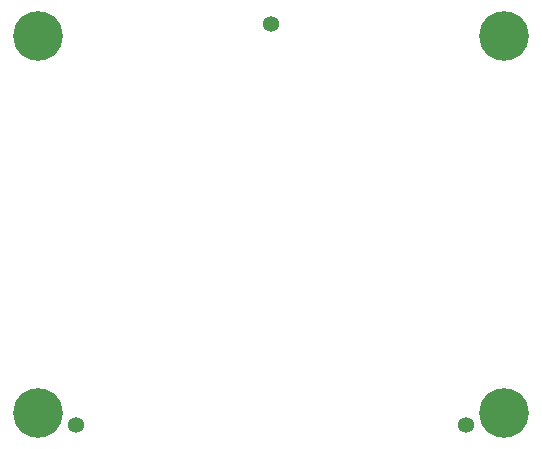
<source format=gbr>
%TF.GenerationSoftware,KiCad,Pcbnew,7.0.6*%
%TF.CreationDate,2023-07-26T14:18:57+01:00*%
%TF.ProjectId,Crenshaw,4372656e-7368-4617-972e-6b696361645f,rev?*%
%TF.SameCoordinates,Original*%
%TF.FileFunction,Soldermask,Top*%
%TF.FilePolarity,Negative*%
%FSLAX46Y46*%
G04 Gerber Fmt 4.6, Leading zero omitted, Abs format (unit mm)*
G04 Created by KiCad (PCBNEW 7.0.6) date 2023-07-26 14:18:57*
%MOMM*%
%LPD*%
G01*
G04 APERTURE LIST*
%ADD10C,1.356000*%
%ADD11C,4.204000*%
G04 APERTURE END LIST*
D10*
%TO.C,H4*%
X31250000Y-57537500D03*
%TD*%
%TO.C,H3*%
X64250000Y-57537500D03*
%TD*%
%TO.C,H2*%
X47750000Y-23537500D03*
%TD*%
D11*
%TO.C,H1*%
X28000000Y-24537500D03*
X28000000Y-56537500D03*
X67500000Y-24537500D03*
X67500000Y-56537500D03*
%TD*%
M02*

</source>
